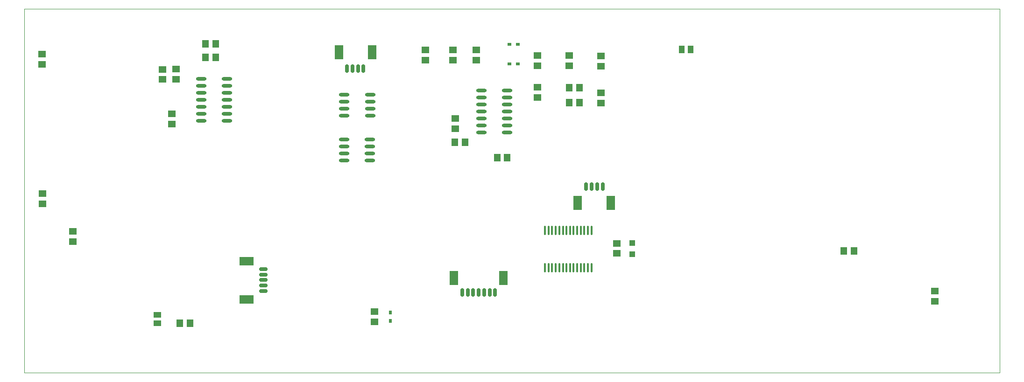
<source format=gtp>
%FSTAX23Y23*%
%MOIN*%
%SFA1B1*%

%IPPOS*%
%AMD10*
4,1,8,0.005900,0.030500,-0.005900,0.030500,-0.011800,0.024600,-0.011800,-0.024600,-0.005900,-0.030500,0.005900,-0.030500,0.011800,-0.024600,0.011800,0.024600,0.005900,0.030500,0.0*
1,1,0.011820,0.005900,0.024600*
1,1,0.011820,-0.005900,0.024600*
1,1,0.011820,-0.005900,-0.024600*
1,1,0.011820,0.005900,-0.024600*
%
%AMD15*
4,1,8,0.030500,-0.005900,0.030500,0.005900,0.024600,0.011800,-0.024600,0.011800,-0.030500,0.005900,-0.030500,-0.005900,-0.024600,-0.011800,0.024600,-0.011800,0.030500,-0.005900,0.0*
1,1,0.011820,0.024600,-0.005900*
1,1,0.011820,0.024600,0.005900*
1,1,0.011820,-0.024600,0.005900*
1,1,0.011820,-0.024600,-0.005900*
%
G04~CAMADD=10~8~0.0~0.0~236.2~610.2~59.1~0.0~15~0.0~0.0~0.0~0.0~0~0.0~0.0~0.0~0.0~0~0.0~0.0~0.0~0.0~236.2~610.2*
%ADD10D10*%
%ADD11R,0.059060X0.098430*%
%ADD12O,0.074800X0.023620*%
%ADD13O,0.013780X0.070870*%
%ADD14R,0.098430X0.059060*%
G04~CAMADD=15~8~0.0~0.0~236.2~610.2~59.1~0.0~15~0.0~0.0~0.0~0.0~0~0.0~0.0~0.0~0.0~0~0.0~0.0~0.0~270.0~610.0~236.0*
%ADD15D15*%
%ADD16R,0.047240X0.053150*%
%ADD17R,0.053150X0.047240*%
%ADD18R,0.057090X0.045280*%
%ADD19R,0.045280X0.057090*%
%ADD20R,0.041340X0.043310*%
%ADD21R,0.053150X0.039370*%
%ADD22R,0.039370X0.053150*%
%ADD23R,0.031500X0.019690*%
%ADD24R,0.019690X0.031500*%
%ADD35C,0.001000*%
%LNcareboard_smd_ordered_kritikare-1*%
%LPD*%
G54D10*
X0336Y00575D03*
X03125D03*
X03164D03*
X03203D03*
X03243D03*
X03282D03*
X03321D03*
X04128Y0133D03*
X04089D03*
X04049D03*
X0401D03*
X02302Y02176D03*
X02341D03*
X02381D03*
X0242D03*
G54D11*
X03419Y00678D03*
X03066D03*
X04186Y01215D03*
X03949D03*
X02244Y02291D03*
X02481D03*
G54D12*
X02283Y01989D03*
Y01939D03*
Y01889D03*
Y01839D03*
X02468Y01989D03*
Y01939D03*
Y01889D03*
Y01839D03*
X01261Y021D03*
Y0205D03*
Y02D03*
Y0195D03*
Y019D03*
Y0185D03*
Y018D03*
X01446Y021D03*
Y0205D03*
Y02D03*
Y0195D03*
Y019D03*
Y0185D03*
Y018D03*
X03261Y02017D03*
Y01967D03*
Y01917D03*
Y01867D03*
Y01817D03*
Y01767D03*
Y01717D03*
X03446Y02017D03*
Y01967D03*
Y01917D03*
Y01867D03*
Y01817D03*
Y01767D03*
Y01717D03*
X02281Y01667D03*
Y01617D03*
Y01567D03*
Y01517D03*
X02467Y01667D03*
Y01617D03*
Y01567D03*
Y01517D03*
G54D13*
X04048Y01019D03*
X04023D03*
X03997D03*
X03972D03*
X03946D03*
X0392D03*
X03895D03*
X03869D03*
X03844D03*
X03818D03*
X03792D03*
X03767D03*
X03741D03*
X03716D03*
X04048Y00752D03*
X04023D03*
X03997D03*
X03972D03*
X03946D03*
X0392D03*
X03895D03*
X03869D03*
X03844D03*
X03818D03*
X03792D03*
X03767D03*
X03741D03*
X03716D03*
G54D14*
X01587Y00524D03*
Y00797D03*
G54D15*
X01705Y00741D03*
Y00585D03*
Y00624D03*
Y00663D03*
Y00702D03*
G54D16*
X05849Y0087D03*
X05921D03*
X01292Y02254D03*
X01365D03*
X01292Y02352D03*
X01365D03*
X03374Y01538D03*
X03446D03*
X03888Y0193D03*
X03961D03*
X01183Y00353D03*
X0111D03*
G54D17*
X06499Y00584D03*
Y00512D03*
X00984Y02097D03*
Y02169D03*
X02862Y02236D03*
Y02309D03*
X04115Y01929D03*
Y02002D03*
X03888Y02194D03*
Y02267D03*
X03663Y0204D03*
Y01967D03*
Y02194D03*
Y02267D03*
X02498Y00365D03*
Y00438D03*
X00127Y02205D03*
Y02278D03*
X00129Y01282D03*
Y01209D03*
X00347Y00938D03*
Y01011D03*
G54D18*
X01081Y02172D03*
Y02099D03*
X01052Y01777D03*
Y0185D03*
X03224Y02236D03*
Y02309D03*
X03059Y02236D03*
Y02309D03*
X03074Y01819D03*
Y01746D03*
X04115Y02192D03*
Y02265D03*
X0423Y00926D03*
Y00853D03*
G54D19*
X03072Y01649D03*
X03145D03*
X03888Y02039D03*
X03961D03*
G54D20*
X0434Y00928D03*
Y00849D03*
G54D21*
X0095Y00415D03*
Y00354D03*
G54D22*
X04754Y02312D03*
X04693D03*
G54D23*
X03463Y02208D03*
X03523D03*
Y02347D03*
X03463D03*
G54D24*
X02613Y00372D03*
Y00432D03*
G54D35*
X06963Y0D02*
Y026D01*
X0D02*
X06963D01*
X0Y0D02*
X06963D01*
X0D02*
Y026D01*
M02*
</source>
